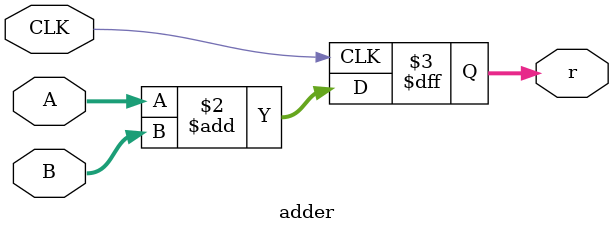
<source format=v>
`timescale 1ns / 1ps
module adder(
    input [15:0]A,
    input [15:0]B,
	 input CLK,
	 output reg [15:0] r
    );
	 always @(posedge CLK) begin
	r <= A + B;
	 end

endmodule

</source>
